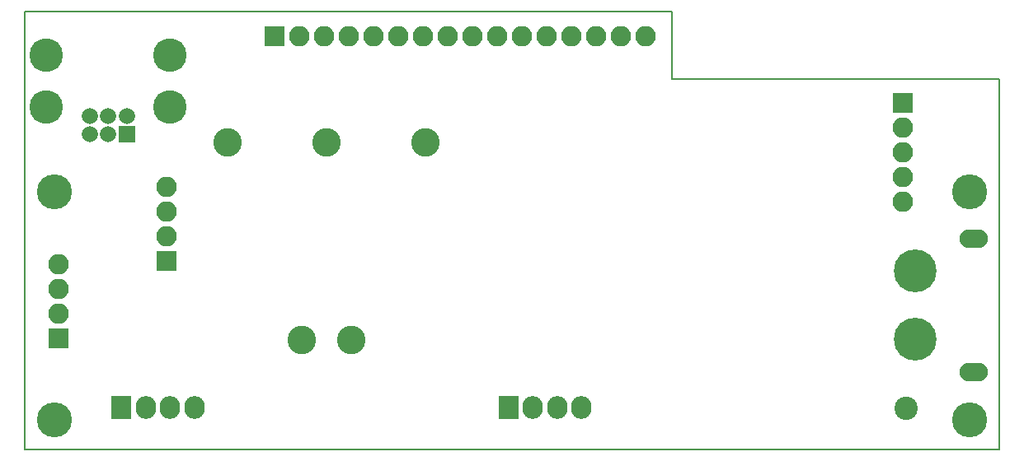
<source format=gbr>
%TF.GenerationSoftware,KiCad,Pcbnew,5.0.0*%
%TF.CreationDate,2018-10-30T11:26:16+01:00*%
%TF.ProjectId,TranspOtterNG,5472616E73704F747465724E472E6B69,rev?*%
%TF.SameCoordinates,Original*%
%TF.FileFunction,Soldermask,Bot*%
%TF.FilePolarity,Negative*%
%FSLAX46Y46*%
G04 Gerber Fmt 4.6, Leading zero omitted, Abs format (unit mm)*
G04 Created by KiCad (PCBNEW 5.0.0) date Tue Oct 30 11:26:16 2018*
%MOMM*%
%LPD*%
G01*
G04 APERTURE LIST*
%ADD10C,0.150000*%
%ADD11C,4.400000*%
%ADD12O,2.900000X1.900000*%
%ADD13R,2.100000X2.350000*%
%ADD14O,2.100000X2.350000*%
%ADD15R,2.100000X2.100000*%
%ADD16O,2.100000X2.100000*%
%ADD17C,3.600000*%
%ADD18C,2.400000*%
%ADD19C,2.940000*%
%ADD20R,1.670000X1.670000*%
%ADD21C,1.670000*%
%ADD22C,3.448000*%
G04 APERTURE END LIST*
D10*
X166449500Y-40009000D02*
X166449500Y-46909000D01*
X100000000Y-40000000D02*
X166449500Y-40009000D01*
X100000000Y-85000000D02*
X100000000Y-40000000D01*
X200000000Y-85000000D02*
X100000000Y-85000000D01*
X200000000Y-46900000D02*
X200000000Y-85000000D01*
X166449500Y-46909000D02*
X200000000Y-46900000D01*
D11*
X191409500Y-73669000D03*
X191409500Y-66669000D03*
D12*
X197409500Y-77019000D03*
X197409500Y-63319000D03*
D13*
X109899700Y-80671400D03*
D14*
X112399700Y-80671400D03*
X114899700Y-80671400D03*
X117399700Y-80671400D03*
X157127500Y-80711600D03*
X154627500Y-80711600D03*
X152127500Y-80711600D03*
D13*
X149627500Y-80711600D03*
D15*
X190169500Y-49389000D03*
D16*
X190169500Y-51929000D03*
X190169500Y-54469000D03*
X190169500Y-57009000D03*
X190169500Y-59549000D03*
D17*
X197000000Y-82000000D03*
X197000000Y-58500000D03*
X103000000Y-82000000D03*
X103000000Y-58500000D03*
D18*
X190449500Y-80809000D03*
D19*
X128409500Y-73769000D03*
X133489500Y-73769000D03*
X141109500Y-53449000D03*
X130949500Y-53449000D03*
X120789500Y-53449000D03*
D15*
X125649500Y-42509000D03*
D16*
X128189500Y-42509000D03*
X130729500Y-42509000D03*
X133269500Y-42509000D03*
X135809500Y-42509000D03*
X138349500Y-42509000D03*
X140889500Y-42509000D03*
X143429500Y-42509000D03*
X145969500Y-42509000D03*
X148509500Y-42509000D03*
X151049500Y-42509000D03*
X153589500Y-42509000D03*
X156129500Y-42509000D03*
X158669500Y-42509000D03*
X161209500Y-42509000D03*
X163749500Y-42509000D03*
D20*
X110454500Y-52597000D03*
D21*
X110454500Y-50692000D03*
X108549500Y-52597000D03*
X108549500Y-50692000D03*
X106644500Y-52597000D03*
X106644500Y-50692000D03*
D22*
X114899500Y-49803000D03*
X102199500Y-44469000D03*
X114899500Y-44469000D03*
X102199500Y-49803000D03*
D15*
X103410500Y-73568500D03*
D16*
X103410500Y-71028500D03*
X103410500Y-68488500D03*
X103410500Y-65948500D03*
D15*
X114559500Y-65629000D03*
D16*
X114559500Y-63089000D03*
X114559500Y-60549000D03*
X114559500Y-58009000D03*
M02*

</source>
